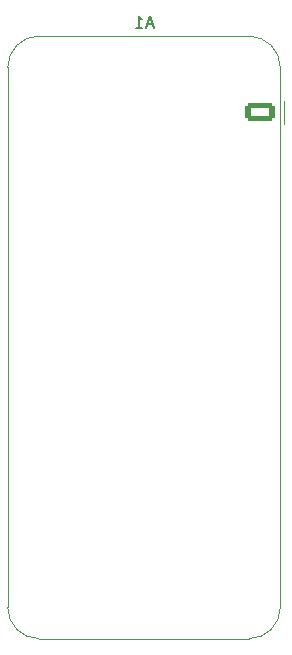
<source format=gbr>
%TF.GenerationSoftware,KiCad,Pcbnew,9.0.6*%
%TF.CreationDate,2025-11-30T22:40:07-05:00*%
%TF.ProjectId,BMO_Controller_PCB,424d4f5f-436f-46e7-9472-6f6c6c65725f,rev?*%
%TF.SameCoordinates,Original*%
%TF.FileFunction,Legend,Bot*%
%TF.FilePolarity,Positive*%
%FSLAX46Y46*%
G04 Gerber Fmt 4.6, Leading zero omitted, Abs format (unit mm)*
G04 Created by KiCad (PCBNEW 9.0.6) date 2025-11-30 22:40:07*
%MOMM*%
%LPD*%
G01*
G04 APERTURE LIST*
G04 Aperture macros list*
%AMRoundRect*
0 Rectangle with rounded corners*
0 $1 Rounding radius*
0 $2 $3 $4 $5 $6 $7 $8 $9 X,Y pos of 4 corners*
0 Add a 4 corners polygon primitive as box body*
4,1,4,$2,$3,$4,$5,$6,$7,$8,$9,$2,$3,0*
0 Add four circle primitives for the rounded corners*
1,1,$1+$1,$2,$3*
1,1,$1+$1,$4,$5*
1,1,$1+$1,$6,$7*
1,1,$1+$1,$8,$9*
0 Add four rect primitives between the rounded corners*
20,1,$1+$1,$2,$3,$4,$5,0*
20,1,$1+$1,$4,$5,$6,$7,0*
20,1,$1+$1,$6,$7,$8,$9,0*
20,1,$1+$1,$8,$9,$2,$3,0*%
G04 Aperture macros list end*
%ADD10C,0.150000*%
%ADD11C,0.120000*%
%ADD12C,3.200000*%
%ADD13C,2.000000*%
%ADD14RoundRect,0.250000X1.050000X0.550000X-1.050000X0.550000X-1.050000X-0.550000X1.050000X-0.550000X0*%
%ADD15O,2.600000X1.600000*%
G04 APERTURE END LIST*
D10*
X132054285Y-62009104D02*
X131578095Y-62009104D01*
X132149523Y-62294819D02*
X131816190Y-61294819D01*
X131816190Y-61294819D02*
X131482857Y-62294819D01*
X130625714Y-62294819D02*
X131197142Y-62294819D01*
X130911428Y-62294819D02*
X130911428Y-61294819D01*
X130911428Y-61294819D02*
X131006666Y-61437676D01*
X131006666Y-61437676D02*
X131101904Y-61532914D01*
X131101904Y-61532914D02*
X131197142Y-61580533D01*
D11*
%TO.C,A1*%
X119800000Y-65650000D02*
X119800000Y-111370000D01*
X122450000Y-63000000D02*
X140230000Y-63000000D01*
X122450000Y-114020000D02*
X140230000Y-114020000D01*
X142880000Y-65650000D02*
X142880000Y-111370000D01*
X143200000Y-70460000D02*
X143200000Y-68460000D01*
X119800000Y-65650000D02*
G75*
G02*
X122450000Y-63000000I2650000J0D01*
G01*
X122450000Y-114020000D02*
G75*
G02*
X119800000Y-111370000I0J2650000D01*
G01*
X140230000Y-63000000D02*
G75*
G02*
X142880000Y-65650000I0J-2650000D01*
G01*
X142880000Y-111370000D02*
G75*
G02*
X140230000Y-114020000I-2650000J0D01*
G01*
%TD*%
%LPC*%
D12*
%TO.C,H4*%
X91500000Y-96500000D03*
%TD*%
%TO.C,H3*%
X91500000Y-78500000D03*
%TD*%
%TO.C,H2*%
X171000000Y-109500000D03*
%TD*%
%TO.C,H1*%
X183000000Y-78000000D03*
%TD*%
D13*
%TO.C,SW7*%
X179500000Y-88000000D03*
X186000000Y-88000000D03*
X179500000Y-92500000D03*
X186000000Y-92500000D03*
%TD*%
%TO.C,SW4*%
X88500000Y-85000000D03*
X95000000Y-85000000D03*
X88500000Y-89500000D03*
X95000000Y-89500000D03*
%TD*%
%TO.C,SW2*%
X105500000Y-85000000D03*
X112000000Y-85000000D03*
X105500000Y-89500000D03*
X112000000Y-89500000D03*
%TD*%
%TO.C,SW3*%
X97000000Y-93000000D03*
X103500000Y-93000000D03*
X97000000Y-97500000D03*
X103500000Y-97500000D03*
%TD*%
%TO.C,SW6*%
X156250000Y-107250000D03*
X162750000Y-107250000D03*
X156250000Y-111750000D03*
X162750000Y-111750000D03*
%TD*%
%TO.C,SW5*%
X150000000Y-82000000D03*
X156500000Y-82000000D03*
X150000000Y-86500000D03*
X156500000Y-86500000D03*
%TD*%
%TO.C,SW1*%
X97000000Y-77000000D03*
X103500000Y-77000000D03*
X97000000Y-81500000D03*
X103500000Y-81500000D03*
%TD*%
D14*
%TO.C,A1*%
X141200000Y-69460000D03*
D15*
X141200000Y-72000000D03*
X141200000Y-74540000D03*
X141200000Y-77080000D03*
X141200000Y-79620000D03*
X141200000Y-82160000D03*
X141200000Y-84700000D03*
X141200000Y-87240000D03*
X141200000Y-89780000D03*
X141200000Y-92320000D03*
X141200000Y-94860000D03*
X141200000Y-97400000D03*
X141200000Y-99940000D03*
X141200000Y-102480000D03*
X141200000Y-105020000D03*
X141200000Y-107560000D03*
X121480000Y-107560000D03*
X121480000Y-105020000D03*
X121480000Y-102480000D03*
X121480000Y-99940000D03*
X121480000Y-97400000D03*
X121480000Y-94860000D03*
X121480000Y-92320000D03*
X121480000Y-89780000D03*
X121480000Y-87240000D03*
X121480000Y-84700000D03*
X121480000Y-82160000D03*
X121480000Y-79620000D03*
%TD*%
%LPD*%
M02*

</source>
